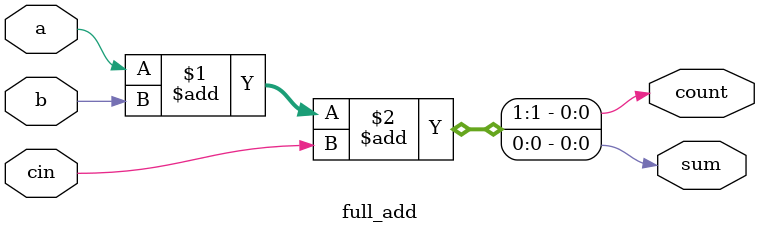
<source format=v>
/****************************************Copyright (c)**************************************************
**                                      Dongdong   Studio 
**                                     
**---------------------------------------File Info-----------------------------------------------------
** File name:			key_debounce
** Last modified Date:	2009-10-18
** Last Version:		1.0
** Descriptions:		key to debounce
**------------------------------------------------------------------------------------------------------
** Created by:		    dongdong
** Created date:		2009-10-18
** Version:				1.0
** Descriptions:		The original version
**
**------------------------------------------------------------------------------------------------------
** Modified by:			
** Modified date:		
** Version:				
** Descriptions:		
**
**------------------------------------------------------------------------------------------------------
********************************************************************************************************/
module full_add( 
					//input 
					a,
					b,
					cin,
				    //output 
					sum,
					count
                    );

//input ports

input                    a;     
input                    b;    
input                    cin;

//output ports
output                   sum;
output                   count;
//reg define 

//wire define 
wire                     sum;
wire                     count;

//parameter define 


/*******************************************************************************************************
**                              Main Program    
**  
********************************************************************************************************/

assign {count,sum} = a + b + cin;

endmodule
//end of RTL code                       
</source>
